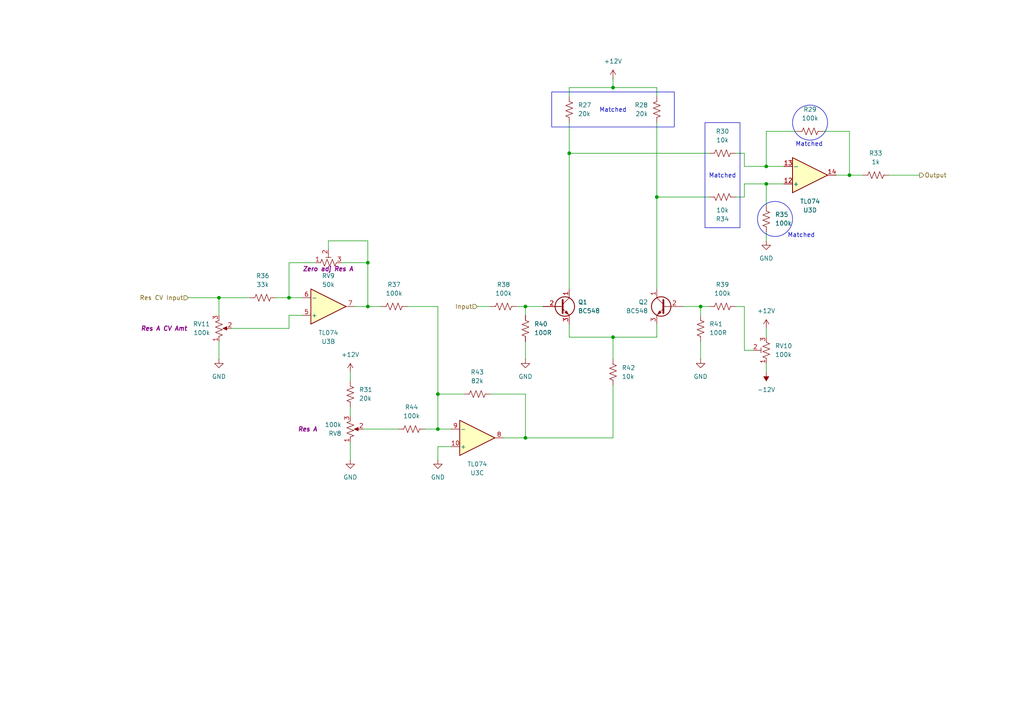
<source format=kicad_sch>
(kicad_sch (version 20231120) (generator "eeschema") (generator_version "8.0")
  (paper "A4")
  (title_block (company "DMH Instruments") (comment 1 "PCB for 10cm Kosmo format synthesizer module"))
  (lib_symbols
    (symbol "Amplifier_Operational:TL074" (pin_names (offset 0.127))
      (property "Reference" "U" (at 0 5.08 0))
      (property "Value" "TL074" (at 0 -5.08 0))
      (symbol "TL074_1_1"
        (polyline (pts (xy -5.08 5.08) (xy 5.08 0) (xy -5.08 -5.08) (xy -5.08 5.08)) (stroke (width 0.254)) (fill (type background)))
        (pin output line (at 7.62 0 180) (length 2.54) (name "~") (number "1"))
        (pin input line (at -7.62 -2.54 0) (length 2.54) (name "-") (number "2"))
        (pin input line (at -7.62 2.54 0) (length 2.54) (name "+") (number "3"))
      )
      (symbol "TL074_2_1"
        (polyline (pts (xy -5.08 5.08) (xy 5.08 0) (xy -5.08 -5.08) (xy -5.08 5.08)) (stroke (width 0.254)) (fill (type background)))
        (pin input line (at -7.62 2.54 0) (length 2.54) (name "+") (number "5"))
        (pin input line (at -7.62 -2.54 0) (length 2.54) (name "-") (number "6"))
        (pin output line (at 7.62 0 180) (length 2.54) (name "~") (number "7"))
      )
      (symbol "TL074_3_1"
        (polyline (pts (xy -5.08 5.08) (xy 5.08 0) (xy -5.08 -5.08) (xy -5.08 5.08)) (stroke (width 0.254)) (fill (type background)))
        (pin input line (at -7.62 2.54 0) (length 2.54) (name "+") (number "10"))
        (pin output line (at 7.62 0 180) (length 2.54) (name "~") (number "8"))
        (pin input line (at -7.62 -2.54 0) (length 2.54) (name "-") (number "9"))
      )
      (symbol "TL074_4_1"
        (polyline (pts (xy -5.08 5.08) (xy 5.08 0) (xy -5.08 -5.08) (xy -5.08 5.08)) (stroke (width 0.254)) (fill (type background)))
        (pin input line (at -7.62 2.54 0) (length 2.54) (name "+") (number "12"))
        (pin input line (at -7.62 -2.54 0) (length 2.54) (name "-") (number "13"))
        (pin output line (at 7.62 0 180) (length 2.54) (name "~") (number "14"))
      )
      (symbol "TL074_5_1"
        (pin power_in line (at -2.54 -7.62 90) (length 3.81) (name "V-") (number "11"))
        (pin power_in line (at -2.54 7.62 270) (length 3.81) (name "V+") (number "4"))
      )
    )
    (symbol "Device:R_Potentiometer_Trim_US" (pin_names (offset 1.016) hide)
      (property "Reference" "RV" (at -4.445 0 90))
      (property "Value" "R_Potentiometer_Trim_US" (at -2.54 0 90))
      (symbol "R_Potentiometer_Trim_US_0_1"
        (polyline (pts (xy 0 -2.286) (xy 0 -2.54)))
        (polyline (pts (xy 0 2.286) (xy 0 2.54)))
        (polyline (pts (xy 1.524 0.762) (xy 1.524 -0.762)))
        (polyline (pts (xy 2.54 0) (xy 1.524 0)))
        (polyline (pts (xy 0 -0.762) (xy 1.016 -1.143) (xy 0 -1.524) (xy -1.016 -1.905) (xy 0 -2.286)))
        (polyline (pts (xy 0 0.762) (xy 1.016 0.381) (xy 0 0) (xy -1.016 -0.381) (xy 0 -0.762)))
        (polyline (pts (xy 0 2.286) (xy 1.016 1.905) (xy 0 1.524) (xy -1.016 1.143) (xy 0 0.762)))
      )
      (symbol "R_Potentiometer_Trim_US_1_1"
        (pin passive line (at 0 3.81 270) (length 1.27) (name "1") (number "1"))
        (pin passive line (at 3.81 0 180) (length 1.27) (name "2") (number "2"))
        (pin passive line (at 0 -3.81 90) (length 1.27) (name "3") (number "3"))
      )
    )
    (symbol "Device:R_Potentiometer_US" (pin_names (offset 1.016) hide)
      (property "Reference" "RV" (at -4.445 0 90))
      (property "Value" "R_Potentiometer_US" (at -2.54 0 90))
      (symbol "R_Potentiometer_US_0_1"
        (polyline (pts (xy 0 -2.286) (xy 0 -2.54)))
        (polyline (pts (xy 0 2.54) (xy 0 2.286)))
        (polyline (pts (xy 2.54 0) (xy 1.524 0)))
        (polyline (pts (xy 1.143 0) (xy 2.286 0.508) (xy 2.286 -0.508) (xy 1.143 0)) (fill (type outline)))
        (polyline (pts (xy 0 -0.762) (xy 1.016 -1.143) (xy 0 -1.524) (xy -1.016 -1.905) (xy 0 -2.286)))
        (polyline (pts (xy 0 0.762) (xy 1.016 0.381) (xy 0 0) (xy -1.016 -0.381) (xy 0 -0.762)))
        (polyline (pts (xy 0 2.286) (xy 1.016 1.905) (xy 0 1.524) (xy -1.016 1.143) (xy 0 0.762)))
      )
      (symbol "R_Potentiometer_US_1_1"
        (pin passive line (at 0 3.81 270) (length 1.27) (name "1") (number "1"))
        (pin passive line (at 3.81 0 180) (length 1.27) (name "2") (number "2"))
        (pin passive line (at 0 -3.81 90) (length 1.27) (name "3") (number "3"))
      )
    )
    (symbol "Device:R_US" (pin_numbers hide) (pin_names (offset 0))
      (property "Reference" "R" (at 2.54 0 90))
      (property "Value" "R_US" (at -2.54 0 90))
      (symbol "R_US_0_1"
        (polyline (pts (xy 0 -2.286) (xy 0 -2.54)))
        (polyline (pts (xy 0 2.286) (xy 0 2.54)))
        (polyline (pts (xy 0 -0.762) (xy 1.016 -1.143) (xy 0 -1.524) (xy -1.016 -1.905) (xy 0 -2.286)))
        (polyline (pts (xy 0 0.762) (xy 1.016 0.381) (xy 0 0) (xy -1.016 -0.381) (xy 0 -0.762)))
        (polyline (pts (xy 0 2.286) (xy 1.016 1.905) (xy 0 1.524) (xy -1.016 1.143) (xy 0 0.762)))
      )
      (symbol "R_US_1_1"
        (pin passive line (at 0 3.81 270) (length 1.27) (name "~") (number "1"))
        (pin passive line (at 0 -3.81 90) (length 1.27) (name "~") (number "2"))
      )
    )
    (symbol "Transistor_BJT:BC548" (pin_names (offset 0) hide)
      (property "Reference" "Q" (at 5.08 1.905 0))
      (property "Value" "BC548" (at 5.08 0 0))
      (symbol "BC548_0_1"
        (polyline (pts (xy 0 0) (xy 0.635 0)))
        (polyline (pts (xy 0.635 0.635) (xy 2.54 2.54)))
        (polyline (pts (xy 0.635 -0.635) (xy 2.54 -2.54) (xy 2.54 -2.54)))
        (polyline (pts (xy 0.635 1.905) (xy 0.635 -1.905) (xy 0.635 -1.905)) (stroke (width 0.508)))
        (polyline (pts (xy 1.27 -1.778) (xy 1.778 -1.27) (xy 2.286 -2.286) (xy 1.27 -1.778) (xy 1.27 -1.778)) (fill (type outline)))
        (circle (center 1.27 0) (radius 2.8194) (stroke (width 0.254)))
      )
      (symbol "BC548_1_1"
        (pin passive line (at 2.54 5.08 270) (length 2.54) (name "C") (number "1"))
        (pin input line (at -5.08 0 0) (length 5.08) (name "B") (number "2"))
        (pin passive line (at 2.54 -5.08 90) (length 2.54) (name "E") (number "3"))
      )
    )
    (symbol "power:+12V" (power) (pin_numbers hide) (pin_names (offset 0) hide)
      (property "Value" "+12V" (at 0 3.556 0))
      (symbol "+12V_0_1"
        (polyline (pts (xy -0.762 1.27) (xy 0 2.54)))
        (polyline (pts (xy 0 0) (xy 0 2.54)))
        (polyline (pts (xy 0 2.54) (xy 0.762 1.27)))
      )
      (symbol "+12V_1_1"
        (pin power_in line (at 0 0 90) (length 0) (name "~") (number "1"))
      )
    )
    (symbol "power:-12V" (power) (pin_numbers hide) (pin_names (offset 0) hide)
      (property "Value" "-12V" (at 0 3.556 0))
      (symbol "-12V_0_0"
        (pin power_in line (at 0 0 90) (length 0) (name "~") (number "1"))
      )
      (symbol "-12V_0_1"
        (polyline (pts (xy 0 0) (xy 0 1.27) (xy 0.762 1.27) (xy 0 2.54) (xy -0.762 1.27) (xy 0 1.27)) (fill (type outline)))
      )
    )
    (symbol "power:GND" (power) (pin_numbers hide) (pin_names (offset 0) hide)
      (property "Value" "GND" (at 0 -3.81 0))
      (symbol "GND_0_1"
        (polyline (pts (xy 0 0) (xy 0 -1.27) (xy 1.27 -1.27) (xy 0 -2.54) (xy -1.27 -1.27) (xy 0 -1.27)))
      )
      (symbol "GND_1_1"
        (pin power_in line (at 0 0 270) (length 0) (name "~") (number "1"))
      )
    )
  )
  (junction (at 106.68 88.9))
  (junction (at 190.5 57.15))
  (junction (at 165.1 44.45))
  (junction (at 222.25 53.34))
  (junction (at 177.8 25.4))
  (junction (at 246.38 50.8))
  (junction (at 63.5 86.36))
  (junction (at 152.4 127))
  (junction (at 127 124.46))
  (junction (at 152.4 88.9))
  (junction (at 203.2 88.9))
  (junction (at 106.68 76.2))
  (junction (at 127 114.3))
  (junction (at 222.25 48.26))
  (junction (at 177.8 97.79))
  (junction (at 83.82 86.36))
  (wire (pts (xy 215.9 48.26) (xy 222.25 48.26)))
  (wire (pts (xy 190.5 57.15) (xy 190.5 83.82)))
  (wire (pts (xy 54.61 86.36) (xy 63.5 86.36)))
  (wire (pts (xy 190.5 25.4) (xy 177.8 25.4)))
  (wire (pts (xy 101.6 128.27) (xy 101.6 133.35)))
  (wire (pts (xy 165.1 44.45) (xy 205.74 44.45)))
  (wire (pts (xy 165.1 97.79) (xy 177.8 97.79)))
  (wire (pts (xy 127 114.3) (xy 127 124.46)))
  (wire (pts (xy 213.36 44.45) (xy 215.9 44.45)))
  (wire (pts (xy 222.25 67.31) (xy 222.25 69.85)))
  (wire (pts (xy 203.2 88.9) (xy 203.2 91.44)))
  (wire (pts (xy 67.31 95.25) (xy 83.82 95.25)))
  (wire (pts (xy 215.9 88.9) (xy 215.9 101.6)))
  (wire (pts (xy 165.1 44.45) (xy 165.1 83.82)))
  (wire (pts (xy 83.82 95.25) (xy 83.82 91.44)))
  (wire (pts (xy 222.25 95.25) (xy 222.25 97.79)))
  (wire (pts (xy 152.4 88.9) (xy 152.4 91.44)))
  (wire (pts (xy 257.81 50.8) (xy 266.7 50.8)))
  (wire (pts (xy 101.6 107.95) (xy 101.6 110.49)))
  (wire (pts (xy 106.68 88.9) (xy 110.49 88.9)))
  (wire (pts (xy 123.19 124.46) (xy 127 124.46)))
  (wire (pts (xy 238.76 38.1) (xy 246.38 38.1)))
  (wire (pts (xy 246.38 50.8) (xy 250.19 50.8)))
  (wire (pts (xy 80.01 86.36) (xy 83.82 86.36)))
  (wire (pts (xy 222.25 38.1) (xy 222.25 48.26)))
  (wire (pts (xy 222.25 53.34) (xy 227.33 53.34)))
  (wire (pts (xy 190.5 27.94) (xy 190.5 25.4)))
  (wire (pts (xy 95.25 69.85) (xy 106.68 69.85)))
  (wire (pts (xy 222.25 105.41) (xy 222.25 107.95)))
  (wire (pts (xy 165.1 27.94) (xy 165.1 25.4)))
  (wire (pts (xy 83.82 86.36) (xy 87.63 86.36)))
  (wire (pts (xy 165.1 35.56) (xy 165.1 44.45)))
  (wire (pts (xy 190.5 93.98) (xy 190.5 97.79)))
  (wire (pts (xy 127 124.46) (xy 130.81 124.46)))
  (wire (pts (xy 215.9 44.45) (xy 215.9 48.26)))
  (wire (pts (xy 177.8 25.4) (xy 177.8 22.86)))
  (wire (pts (xy 101.6 118.11) (xy 101.6 120.65)))
  (wire (pts (xy 152.4 88.9) (xy 157.48 88.9)))
  (wire (pts (xy 118.11 88.9) (xy 127 88.9)))
  (wire (pts (xy 149.86 88.9) (xy 152.4 88.9)))
  (wire (pts (xy 190.5 57.15) (xy 205.74 57.15)))
  (wire (pts (xy 106.68 88.9) (xy 102.87 88.9)))
  (wire (pts (xy 190.5 97.79) (xy 177.8 97.79)))
  (wire (pts (xy 222.25 48.26) (xy 227.33 48.26)))
  (wire (pts (xy 152.4 127) (xy 177.8 127)))
  (wire (pts (xy 152.4 99.06) (xy 152.4 104.14)))
  (wire (pts (xy 63.5 86.36) (xy 63.5 91.44)))
  (wire (pts (xy 231.14 38.1) (xy 222.25 38.1)))
  (wire (pts (xy 203.2 99.06) (xy 203.2 104.14)))
  (wire (pts (xy 130.81 129.54) (xy 127 129.54)))
  (wire (pts (xy 142.24 114.3) (xy 152.4 114.3)))
  (wire (pts (xy 222.25 53.34) (xy 222.25 59.69)))
  (wire (pts (xy 63.5 86.36) (xy 72.39 86.36)))
  (wire (pts (xy 198.12 88.9) (xy 203.2 88.9)))
  (wire (pts (xy 215.9 53.34) (xy 222.25 53.34)))
  (wire (pts (xy 83.82 91.44) (xy 87.63 91.44)))
  (wire (pts (xy 146.05 127) (xy 152.4 127)))
  (wire (pts (xy 215.9 101.6) (xy 218.44 101.6)))
  (wire (pts (xy 213.36 57.15) (xy 215.9 57.15)))
  (wire (pts (xy 134.62 114.3) (xy 127 114.3)))
  (wire (pts (xy 105.41 124.46) (xy 115.57 124.46)))
  (wire (pts (xy 106.68 76.2) (xy 106.68 88.9)))
  (wire (pts (xy 190.5 35.56) (xy 190.5 57.15)))
  (wire (pts (xy 177.8 97.79) (xy 177.8 104.14)))
  (wire (pts (xy 127 129.54) (xy 127 133.35)))
  (wire (pts (xy 203.2 88.9) (xy 205.74 88.9)))
  (wire (pts (xy 215.9 57.15) (xy 215.9 53.34)))
  (wire (pts (xy 83.82 76.2) (xy 83.82 86.36)))
  (wire (pts (xy 246.38 38.1) (xy 246.38 50.8)))
  (wire (pts (xy 242.57 50.8) (xy 246.38 50.8)))
  (wire (pts (xy 127 88.9) (xy 127 114.3)))
  (wire (pts (xy 106.68 69.85) (xy 106.68 76.2)))
  (wire (pts (xy 99.06 76.2) (xy 106.68 76.2)))
  (wire (pts (xy 152.4 114.3) (xy 152.4 127)))
  (wire (pts (xy 83.82 76.2) (xy 91.44 76.2)))
  (wire (pts (xy 138.43 88.9) (xy 142.24 88.9)))
  (wire (pts (xy 177.8 127) (xy 177.8 111.76)))
  (wire (pts (xy 63.5 99.06) (xy 63.5 104.14)))
  (wire (pts (xy 165.1 25.4) (xy 177.8 25.4)))
  (wire (pts (xy 165.1 93.98) (xy 165.1 97.79)))
  (wire (pts (xy 95.25 72.39) (xy 95.25 69.85)))
  (wire (pts (xy 213.36 88.9) (xy 215.9 88.9)))
  (rectangle (start 160.02 26.67) (end 195.58 36.83))
  (circle (center 224.79 63.5) (radius 5.08))
  (circle (center 234.95 35.56) (radius 5.08))
  (rectangle (start 204.47 35.56) (end 214.63 66.04))
  (text "Matched" (at 177.8 32.004 0) (effects (font (size 1.27 1.27))))
  (text "Matched" (at 234.696 41.91 0) (effects (font (size 1.27 1.27))))
  (text "Matched" (at 232.41 68.326 0) (effects (font (size 1.27 1.27))))
  (text "Matched" (at 209.55 51.054 0) (effects (font (size 1.27 1.27))))
  (hierarchical_label "Res CV Input" (shape input) (at 54.61 86.36 180))
  (hierarchical_label "Input" (shape input) (at 138.43 88.9 180))
  (hierarchical_label "Output" (shape output) (at 266.7 50.8 0))
  (symbol (lib_id "Amplifier_Operational:TL074") (at 95.25 88.9 0) (mirror x) (unit 2)
    (property "Reference" "U3" (at 95.25 99.06 0))
    (property "Value" "TL074" (at 95.25 96.52 0))
    (property "Footprint" "Package_DIP:DIP-14_W7.62mm_Socket" (effects (hide yes)))
    (property "Datasheet" "http://www.ti.com/lit/ds/symlink/tl071.pdf" (effects (hide yes)))
    (property "Description" "Quad Low-Noise JFET-Input Operational Amplifiers, DIP-14/SOIC-14" (effects (hide yes)))
  )
  (symbol (lib_id "power:-12V") (at 222.25 107.95 180) (unit 1)
    (property "Reference" "#PWR040" (effects (hide yes)))
    (property "Value" "-12V" (at 222.25 113.03 0))
    (property "Description" "Power symbol creates a global label with name \"-12V\"" (effects (hide yes)))
  )
  (symbol (lib_id "power:GND") (at 222.25 69.85 0) (unit 1)
    (property "Reference" "#PWR012" (effects (hide yes)))
    (property "Value" "GND" (at 222.25 74.93 0))
    (property "Description" "Power symbol creates a global label with name \"GND\" , ground" (effects (hide yes)))
  )
  (symbol (lib_id "power:GND") (at 101.6 133.35 0) (unit 1)
    (property "Reference" "#PWR043" (effects (hide yes)))
    (property "Value" "GND" (at 101.6 138.43 0))
    (property "Description" "Power symbol creates a global label with name \"GND\" , ground" (effects (hide yes)))
  )
  (symbol (lib_id "Device:R_US") (at 209.55 57.15 270) (mirror x) (unit 1)
    (property "Reference" "R34" (at 209.55 63.5 90))
    (property "Value" "10k" (at 209.55 60.96 90))
    (property "Footprint" "Resistor_THT:R_Axial_DIN0207_L6.3mm_D2.5mm_P7.62mm_Horizontal" (effects (hide yes)))
    (property "Description" "Resistor, US symbol" (effects (hide yes)))
  )
  (symbol (lib_id "Device:R_US") (at 146.05 88.9 270) (unit 1)
    (property "Reference" "R38" (at 146.05 82.55 90))
    (property "Value" "100k" (at 146.05 85.09 90))
    (property "Footprint" "Resistor_THT:R_Axial_DIN0207_L6.3mm_D2.5mm_P7.62mm_Horizontal" (effects (hide yes)))
    (property "Description" "Resistor, US symbol" (effects (hide yes)))
  )
  (symbol (lib_id "Device:R_US") (at 177.8 107.95 180) (unit 1)
    (property "Reference" "R42" (at 180.34 106.6799 0) (effects (justify right)))
    (property "Value" "10k" (at 180.34 109.2199 0) (effects (justify right)))
    (property "Footprint" "Resistor_THT:R_Axial_DIN0207_L6.3mm_D2.5mm_P7.62mm_Horizontal" (effects (hide yes)))
    (property "Description" "Resistor, US symbol" (effects (hide yes)))
  )
  (symbol (lib_id "Device:R_US") (at 152.4 95.25 180) (unit 1)
    (property "Reference" "R40" (at 154.94 93.9799 0) (effects (justify right)))
    (property "Value" "100R" (at 154.94 96.5199 0) (effects (justify right)))
    (property "Footprint" "Resistor_THT:R_Axial_DIN0207_L6.3mm_D2.5mm_P7.62mm_Horizontal" (effects (hide yes)))
    (property "Description" "Resistor, US symbol" (effects (hide yes)))
  )
  (symbol (lib_id "Device:R_US") (at 222.25 63.5 0) (unit 1)
    (property "Reference" "R35" (at 224.79 62.2299 0) (effects (justify left)))
    (property "Value" "100k" (at 224.79 64.7699 0) (effects (justify left)))
    (property "Footprint" "Resistor_THT:R_Axial_DIN0207_L6.3mm_D2.5mm_P7.62mm_Horizontal" (effects (hide yes)))
    (property "Description" "Resistor, US symbol" (effects (hide yes)))
  )
  (symbol (lib_id "Device:R_US") (at 203.2 95.25 180) (unit 1)
    (property "Reference" "R41" (at 205.74 93.9799 0) (effects (justify right)))
    (property "Value" "100R" (at 205.74 96.5199 0) (effects (justify right)))
    (property "Footprint" "Resistor_THT:R_Axial_DIN0207_L6.3mm_D2.5mm_P7.62mm_Horizontal" (effects (hide yes)))
    (property "Description" "Resistor, US symbol" (effects (hide yes)))
  )
  (symbol (lib_id "power:GND") (at 203.2 104.14 0) (unit 1)
    (property "Reference" "#PWR039" (effects (hide yes)))
    (property "Value" "GND" (at 203.2 109.22 0))
    (property "Description" "Power symbol creates a global label with name \"GND\" , ground" (effects (hide yes)))
  )
  (symbol (lib_id "Amplifier_Operational:TL074") (at 234.95 50.8 0) (mirror x) (unit 4)
    (property "Reference" "U3" (at 234.95 60.96 0))
    (property "Value" "TL074" (at 234.95 58.42 0))
    (property "Footprint" "Package_DIP:DIP-14_W7.62mm_Socket" (effects (hide yes)))
    (property "Datasheet" "http://www.ti.com/lit/ds/symlink/tl071.pdf" (effects (hide yes)))
    (property "Description" "Quad Low-Noise JFET-Input Operational Amplifiers, DIP-14/SOIC-14" (effects (hide yes)))
  )
  (symbol (lib_id "Transistor_BJT:BC548") (at 193.04 88.9 0) (mirror y) (unit 1)
    (property "Reference" "Q2" (at 187.96 87.6299 0) (effects (justify left)))
    (property "Value" "BC548" (at 187.96 90.1699 0) (effects (justify left)))
    (property "Footprint" "Package_TO_SOT_THT:TO-92L_Inline_Wide" (effects (hide yes)))
    (property "Datasheet" "https://www.onsemi.com/pub/Collateral/BC550-D.pdf" (effects (hide yes)))
    (property "Description" "0.1A Ic, 30V Vce, Small Signal NPN Transistor, TO-92" (effects (hide yes)))
  )
  (symbol (lib_id "Transistor_BJT:BC548") (at 162.56 88.9 0) (unit 1)
    (property "Reference" "Q1" (at 167.64 87.6299 0) (effects (justify left)))
    (property "Value" "BC548" (at 167.64 90.1699 0) (effects (justify left)))
    (property "Footprint" "Package_TO_SOT_THT:TO-92L_Inline_Wide" (effects (hide yes)))
    (property "Datasheet" "https://www.onsemi.com/pub/Collateral/BC550-D.pdf" (effects (hide yes)))
    (property "Description" "0.1A Ic, 30V Vce, Small Signal NPN Transistor, TO-92" (effects (hide yes)))
  )
  (symbol (lib_id "Device:R_Potentiometer_Trim_US") (at 95.25 76.2 90) (unit 1)
    (property "Reference" "RV9" (at 95.25 80.01 90))
    (property "Value" "50k" (at 95.25 82.55 90))
    (property "Footprint" "Potentiometer_THT:Potentiometer_Bourns_3296W_Vertical" (effects (hide yes)))
    (property "Description" "Trim-potentiometer, US symbol" (effects (hide yes)))
    (property "Function" "Zero adj Res A" (at 95.25 77.978 90) (effects (font (thickness 0.254) (bold yes) (italic yes))))
  )
  (symbol (lib_id "power:GND") (at 127 133.35 0) (unit 1)
    (property "Reference" "#PWR041" (effects (hide yes)))
    (property "Value" "GND" (at 127 138.43 0))
    (property "Description" "Power symbol creates a global label with name \"GND\" , ground" (effects (hide yes)))
  )
  (symbol (lib_id "Device:R_US") (at 234.95 38.1 270) (unit 1)
    (property "Reference" "R29" (at 234.95 31.75 90))
    (property "Value" "100k" (at 234.95 34.29 90))
    (property "Footprint" "Resistor_THT:R_Axial_DIN0207_L6.3mm_D2.5mm_P7.62mm_Horizontal" (effects (hide yes)))
    (property "Description" "Resistor, US symbol" (effects (hide yes)))
  )
  (symbol (lib_id "Device:R_US") (at 254 50.8 270) (unit 1)
    (property "Reference" "R33" (at 254 44.45 90))
    (property "Value" "1k" (at 254 46.99 90))
    (property "Footprint" "Resistor_THT:R_Axial_DIN0207_L6.3mm_D2.5mm_P7.62mm_Horizontal" (effects (hide yes)))
    (property "Description" "Resistor, US symbol" (effects (hide yes)))
  )
  (symbol (lib_id "Device:R_US") (at 209.55 88.9 270) (unit 1)
    (property "Reference" "R39" (at 209.55 82.55 90))
    (property "Value" "100k" (at 209.55 85.09 90))
    (property "Footprint" "Resistor_THT:R_Axial_DIN0207_L6.3mm_D2.5mm_P7.62mm_Horizontal" (effects (hide yes)))
    (property "Description" "Resistor, US symbol" (effects (hide yes)))
  )
  (symbol (lib_id "Device:R_US") (at 101.6 114.3 180) (unit 1) (on_board no)
    (property "Reference" "R31" (at 104.14 113.0299 0) (effects (justify right)))
    (property "Value" "20k" (at 104.14 115.5699 0) (effects (justify right)))
    (property "Footprint" "Resistor_THT:R_Axial_DIN0207_L6.3mm_D2.5mm_P7.62mm_Horizontal" (effects (hide yes)))
    (property "Description" "Resistor, US symbol" (effects (hide yes)))
  )
  (symbol (lib_id "power:GND") (at 63.5 104.14 0) (unit 1)
    (property "Reference" "#PWR044" (effects (hide yes)))
    (property "Value" "GND" (at 63.5 109.22 0))
    (property "Description" "Power symbol creates a global label with name \"GND\" , ground" (effects (hide yes)))
  )
  (symbol (lib_id "Device:R_Potentiometer_US") (at 101.6 124.46 0) (mirror x) (unit 1) (on_board no)
    (property "Reference" "RV8" (at 99.06 125.7301 0) (effects (justify right)))
    (property "Value" "100k" (at 99.06 123.1901 0) (effects (justify right)))
    (property "Footprint" "SynthStuff:Potentiometer_Alpha_RD901F-40-00D_Single_Vertical" (effects (hide yes)))
    (property "Description" "Potentiometer, US symbol" (effects (hide yes)))
    (property "Function" "Res A" (at 89.154 124.46 0) (effects (font (thickness 0.254) (bold yes) (italic yes))))
  )
  (symbol (lib_id "Device:R_US") (at 138.43 114.3 90) (unit 1)
    (property "Reference" "R43" (at 138.43 107.95 90))
    (property "Value" "82k" (at 138.43 110.49 90))
    (property "Footprint" "Resistor_THT:R_Axial_DIN0207_L6.3mm_D2.5mm_P7.62mm_Horizontal" (effects (hide yes)))
    (property "Description" "Resistor, US symbol" (effects (hide yes)))
  )
  (symbol (lib_id "power:+12V") (at 101.6 107.95 0) (unit 1)
    (property "Reference" "#PWR042" (effects (hide yes)))
    (property "Value" "+12V" (at 101.6 102.87 0))
    (property "Description" "Power symbol creates a global label with name \"+12V\"" (effects (hide yes)))
  )
  (symbol (lib_id "Device:R_US") (at 76.2 86.36 90) (unit 1)
    (property "Reference" "R36" (at 76.2 80.01 90))
    (property "Value" "33k" (at 76.2 82.55 90))
    (property "Footprint" "Resistor_THT:R_Axial_DIN0207_L6.3mm_D2.5mm_P7.62mm_Horizontal" (effects (hide yes)))
    (property "Description" "Resistor, US symbol" (effects (hide yes)))
  )
  (symbol (lib_id "Amplifier_Operational:TL074") (at 138.43 127 0) (mirror x) (unit 3)
    (property "Reference" "U3" (at 138.43 137.16 0))
    (property "Value" "TL074" (at 138.43 134.62 0))
    (property "Footprint" "Package_DIP:DIP-14_W7.62mm_Socket" (effects (hide yes)))
    (property "Datasheet" "http://www.ti.com/lit/ds/symlink/tl071.pdf" (effects (hide yes)))
    (property "Description" "Quad Low-Noise JFET-Input Operational Amplifiers, DIP-14/SOIC-14" (effects (hide yes)))
  )
  (symbol (lib_id "power:+12V") (at 177.8 22.86 0) (unit 1)
    (property "Reference" "#PWR011" (effects (hide yes)))
    (property "Value" "+12V" (at 177.8 17.78 0))
    (property "Description" "Power symbol creates a global label with name \"+12V\"" (effects (hide yes)))
  )
  (symbol (lib_id "Device:R_US") (at 190.5 31.75 0) (mirror x) (unit 1)
    (property "Reference" "R28" (at 187.96 30.4799 0) (effects (justify right)))
    (property "Value" "20k" (at 187.96 33.0199 0) (effects (justify right)))
    (property "Footprint" "Resistor_THT:R_Axial_DIN0207_L6.3mm_D2.5mm_P7.62mm_Horizontal" (effects (hide yes)))
    (property "Description" "Resistor, US symbol" (effects (hide yes)))
  )
  (symbol (lib_id "power:+12V") (at 222.25 95.25 0) (unit 1)
    (property "Reference" "#PWR037" (effects (hide yes)))
    (property "Value" "+12V" (at 222.25 90.17 0))
    (property "Description" "Power symbol creates a global label with name \"+12V\"" (effects (hide yes)))
  )
  (symbol (lib_id "Device:R_Potentiometer_US") (at 63.5 95.25 0) (mirror x) (unit 1) (on_board no)
    (property "Reference" "RV11" (at 60.96 93.9799 0) (effects (justify right)))
    (property "Value" "100k" (at 60.96 96.5199 0) (effects (justify right)))
    (property "Footprint" "SynthStuff:Potentiometer_TT_P110KH1" (effects (hide yes)))
    (property "Description" "Potentiometer, US symbol" (effects (hide yes)))
    (property "Function" "Res A CV Amt" (at 47.498 95.25 0) (effects (font (thickness 0.254) (bold yes) (italic yes))))
  )
  (symbol (lib_id "Device:R_US") (at 119.38 124.46 90) (unit 1)
    (property "Reference" "R44" (at 119.38 118.11 90))
    (property "Value" "100k" (at 119.38 120.65 90))
    (property "Footprint" "Resistor_THT:R_Axial_DIN0207_L6.3mm_D2.5mm_P7.62mm_Horizontal" (effects (hide yes)))
    (property "Description" "Resistor, US symbol" (effects (hide yes)))
  )
  (symbol (lib_id "Device:R_Potentiometer_Trim_US") (at 222.25 101.6 180) (unit 1)
    (property "Reference" "RV10" (at 224.79 100.3299 0) (effects (justify right)))
    (property "Value" "100k" (at 224.79 102.8699 0) (effects (justify right)))
    (property "Footprint" "Potentiometer_THT:Potentiometer_Bourns_3296W_Vertical" (effects (hide yes)))
    (property "Description" "Trim-potentiometer, US symbol" (effects (hide yes)))
  )
  (symbol (lib_id "Device:R_US") (at 114.3 88.9 90) (unit 1)
    (property "Reference" "R37" (at 114.3 82.55 90))
    (property "Value" "100k" (at 114.3 85.09 90))
    (property "Footprint" "Resistor_THT:R_Axial_DIN0207_L6.3mm_D2.5mm_P7.62mm_Horizontal" (effects (hide yes)))
    (property "Description" "Resistor, US symbol" (effects (hide yes)))
  )
  (symbol (lib_id "Device:R_US") (at 209.55 44.45 270) (unit 1)
    (property "Reference" "R30" (at 209.55 38.1 90))
    (property "Value" "10k" (at 209.55 40.64 90))
    (property "Footprint" "Resistor_THT:R_Axial_DIN0207_L6.3mm_D2.5mm_P7.62mm_Horizontal" (effects (hide yes)))
    (property "Description" "Resistor, US symbol" (effects (hide yes)))
  )
  (symbol (lib_id "power:GND") (at 152.4 104.14 0) (unit 1)
    (property "Reference" "#PWR038" (effects (hide yes)))
    (property "Value" "GND" (at 152.4 109.22 0))
    (property "Description" "Power symbol creates a global label with name \"GND\" , ground" (effects (hide yes)))
  )
  (symbol (lib_id "Device:R_US") (at 165.1 31.75 180) (unit 1)
    (property "Reference" "R27" (at 167.64 30.4799 0) (effects (justify right)))
    (property "Value" "20k" (at 167.64 33.0199 0) (effects (justify right)))
    (property "Footprint" "Resistor_THT:R_Axial_DIN0207_L6.3mm_D2.5mm_P7.62mm_Horizontal" (effects (hide yes)))
    (property "Description" "Resistor, US symbol" (effects (hide yes)))
  )
)
</source>
